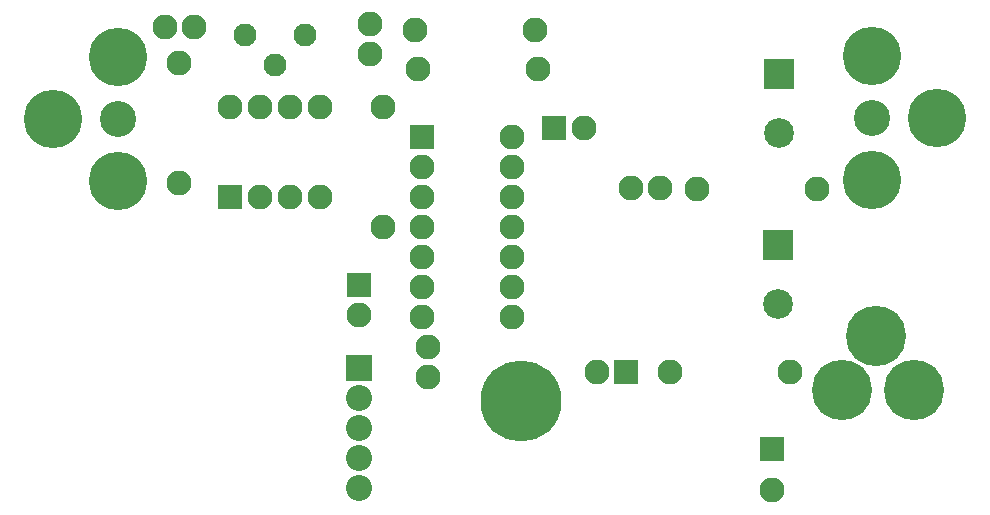
<source format=gbr>
G04 #@! TF.GenerationSoftware,KiCad,Pcbnew,(5.1.5)-3*
G04 #@! TF.CreationDate,2021-08-20T18:11:20-04:00*
G04 #@! TF.ProjectId,AudioAmp380,41756469-6f41-46d7-9033-38302e6b6963,1*
G04 #@! TF.SameCoordinates,Original*
G04 #@! TF.FileFunction,Soldermask,Bot*
G04 #@! TF.FilePolarity,Negative*
%FSLAX46Y46*%
G04 Gerber Fmt 4.6, Leading zero omitted, Abs format (unit mm)*
G04 Created by KiCad (PCBNEW (5.1.5)-3) date 2021-08-20 18:11:20*
%MOMM*%
%LPD*%
G04 APERTURE LIST*
%ADD10R,2.108000X2.108000*%
%ADD11O,2.108000X2.108000*%
%ADD12C,2.108000*%
%ADD13C,6.858000*%
%ADD14C,4.953000*%
%ADD15C,3.048000*%
%ADD16R,2.208000X2.208000*%
%ADD17O,2.208000X2.208000*%
%ADD18C,5.108000*%
%ADD19C,1.948000*%
%ADD20C,2.508000*%
%ADD21R,2.508000X2.508000*%
G04 APERTURE END LIST*
D10*
X50058000Y-63258400D03*
D11*
X57678000Y-55638400D03*
X52598000Y-63258400D03*
X55138000Y-55638400D03*
X55138000Y-63258400D03*
X52598000Y-55638400D03*
X57678000Y-63258400D03*
X50058000Y-55638400D03*
X63012000Y-55638400D03*
D12*
X63012000Y-65798400D03*
D11*
X65933000Y-52463400D03*
D12*
X76093000Y-52463400D03*
X45740000Y-51955400D03*
D11*
X45740000Y-62115400D03*
D10*
X95905000Y-84613400D03*
D12*
X95905000Y-88113400D03*
D13*
X74696000Y-80530400D03*
D14*
X35021200Y-56654400D03*
X40533000Y-61899500D03*
X40533000Y-51409300D03*
D15*
X40533000Y-56654400D03*
D14*
X109916800Y-56613400D03*
X104405000Y-51368300D03*
X104405000Y-61858500D03*
D15*
X104405000Y-56613400D03*
D16*
X60980000Y-77736400D03*
D17*
X60980000Y-80276400D03*
X60980000Y-82816400D03*
X60980000Y-85356400D03*
X60980000Y-87896400D03*
D18*
X107905000Y-79613400D03*
X101805000Y-79613400D03*
X104705000Y-75013400D03*
D12*
X83967000Y-62496400D03*
X86467000Y-62496400D03*
D10*
X66314000Y-58178400D03*
D11*
X73934000Y-73418400D03*
X66314000Y-60718400D03*
X73934000Y-70878400D03*
X66314000Y-63258400D03*
X73934000Y-68338400D03*
X66314000Y-65798400D03*
X73934000Y-65798400D03*
X66314000Y-68338400D03*
X73934000Y-63258400D03*
X66314000Y-70878400D03*
X73934000Y-60718400D03*
X66314000Y-73418400D03*
X73934000Y-58178400D03*
D12*
X47010000Y-48907400D03*
X44510000Y-48907400D03*
X61869000Y-51153400D03*
X61869000Y-48653400D03*
D19*
X56408000Y-49542400D03*
X53868000Y-52082400D03*
X51328000Y-49542400D03*
D12*
X75839000Y-49161400D03*
D11*
X65679000Y-49161400D03*
X97429000Y-78113400D03*
D12*
X87269000Y-78113400D03*
X89555000Y-62623400D03*
D11*
X99715000Y-62623400D03*
D10*
X83586000Y-78117400D03*
D12*
X81086000Y-78117400D03*
X60980000Y-73251400D03*
D10*
X60980000Y-70751400D03*
D12*
X66822000Y-78498400D03*
X66822000Y-75998400D03*
D10*
X77490000Y-57416400D03*
D12*
X79990000Y-57416400D03*
D20*
X96413000Y-72322400D03*
D21*
X96413000Y-67322400D03*
X96540000Y-52844400D03*
D20*
X96540000Y-57844400D03*
M02*

</source>
